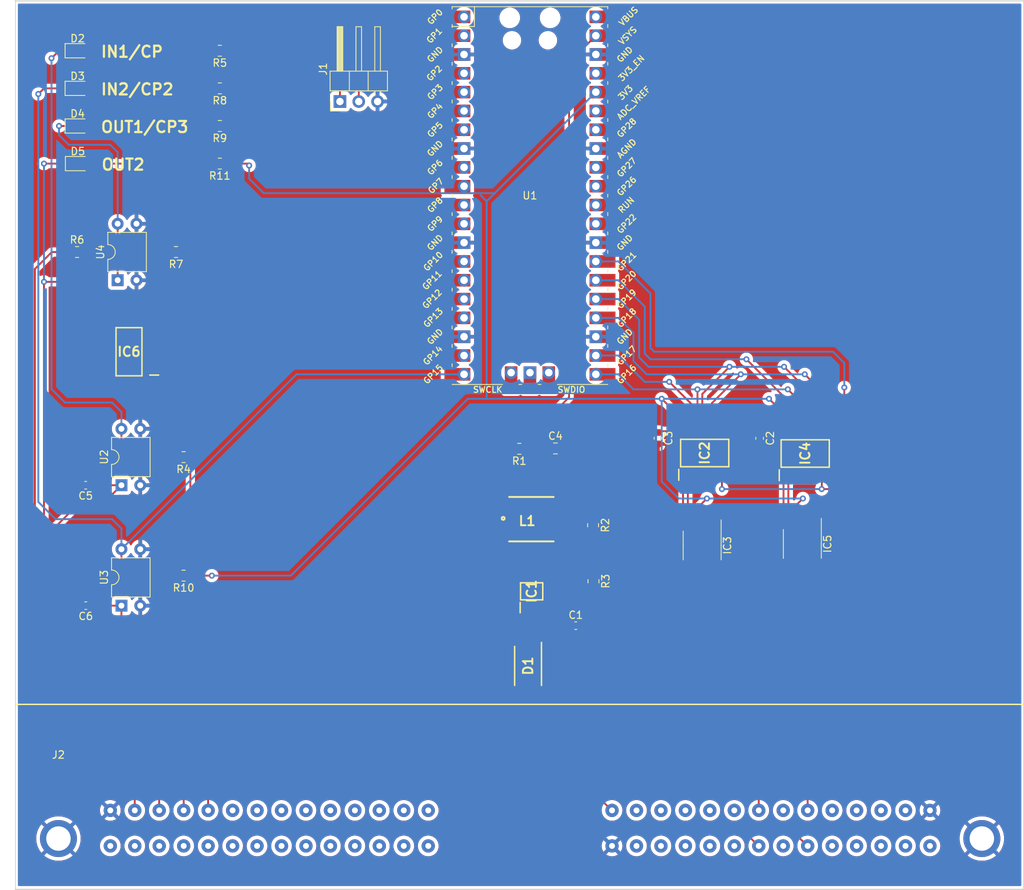
<source format=kicad_pcb>
(kicad_pcb (version 20221018) (generator pcbnew)
  (layers (0 "F.Cu" signal) (31 "B.Cu" signal) (34 "B.Paste" user) (35 "F.Paste" user) (36 "B.SilkS" user "B.Silkscreen") (37 "F.SilkS" user "F.Silkscreen") (38 "B.Mask" user) (39 "F.Mask" user) (44 "Edge.Cuts" user))
  (net 0 "")
  (net 1 "12V")
  (net 2 "GND")
  (net 3 "3V")
  (net 4 "5V")
  (net 5 "Net-(IC1-FB)")
  (net 6 "Net-(IC1-SW)")
  (net 7 "Net-(IC1-PG)")
  (net 8 "MAIN_CAN_TX")
  (net 9 "MAIN_CAN_RX")
  (net 16 "8MHz")
  (net 20 "SPI0_CLK")
  (net 22 "SPI0_MOSI")
  (net 23 "SPI0_MISO")
  (net 24 "MAIN_CAN_CS")
  (net 26 "MAIN_CAN_L")
  (net 27 "MAIN_CAN_H")
  (net 39 "UART_TX")
  (net 40 "UART_RX")
  (net 48 "Net-(IC1-EN)")
  (net 53 "CP")
  (net 54 "CP2")
  (net 55 "CHADEMO_CAN_TX")
  (net 56 "CHADEMO_CAN_RX")
  (net 57 "CHADEMO_CS")
  (net 58 "CHADEMO_CAN_L")
  (net 59 "CHADEMO_CAN_H")
  (net 60 "IN1")
  (net 61 "IN2")
  (net 71 "WAKE")
  (net 72 "OUT2")
  (net 74 "CP3")
  (net 75 "Net-(R7-Pad2)")
  (net 76 "OUT_2_CONTACTOR_ENABLE")
  (net 77 "OUT_1_CHARGE_ENABLE")
  (net 117 "Net-(D2-A)")
  (net 123 "Net-(D3-A)")
  (net 124 "Net-(D4-K)")
  (net 125 "Net-(D4-A)")
  (net 126 "Net-(D5-A)")
  (footprint "Library:SOP65P640X120-20N" (layer "F.Cu") (at 206.5612 86.1274 90)
    (fp_text reference "IC4")
    (fp_text value "MCP2515-I_ST" hide)
  )
  (footprint "Package_DIP:DIP-4_W7.62mm" (layer "F.Cu") (at 114.295 90.414 90)
    (fp_text reference "U2")
    (fp_text value "PC817")
  )
  (footprint "Resistor_SMD:R_0805_2012Metric" (layer "F.Cu") (at 122.682 102.616 180)
    (fp_text reference "R10")
    (fp_text value "1k")
  )
  (footprint "Connector_PinHeader_2.54mm:PinHeader_1x03_P2.54mm_Horizontal" (layer "F.Cu") (at 143.779 38.608 90)
    (fp_text reference "J1")
    (fp_text value "M22-2510346")
  )
  (footprint "Diode_SMD:DIOM5336X244N" (layer "F.Cu") (at 169.164 114.808 -90)
    (fp_text reference "D1")
    (fp_text value "SS54B" hide)
  )
  (footprint "Capacitor_SMD:C_0603_1608Metric" (layer "F.Cu") (at 175.6024 109.3724)
    (fp_text reference "C1")
    (fp_text value "10uF")
  )
  (footprint "Resistor_SMD:R_0805_2012Metric" (layer "F.Cu") (at 122.682 86.614 180)
    (fp_text reference "R4")
    (fp_text value "1k")
  )
  (footprint "Package_SO:SOIC-8_3.9x4.9mm_P1.27mm" (layer "F.Cu") (at 206.1718 98.3346 -90)
    (fp_text reference "IC5")
    (fp_text value "SN65HVD230")
  )
  (footprint "Connector:delphi56" (layer "F.Cu") (at 105.79657 127.314133)
    (fp_text reference "J2")
    (fp_text value "Conn_2Rows-57Pins")
  )
  (footprint "Resistor_SMD:R_0805_2012Metric" (layer "F.Cu") (at 127.5695 36.83 180)
    (fp_text reference "R8")
    (fp_text value "50")
  )
  (footprint "LED_SMD:LED_0805_2012Metric" (layer "F.Cu") (at 108.416 46.99)
    (fp_text reference "D5")
    (fp_text value "LED")
  )
  (footprint "Capacitor_SMD:C_0805_2012Metric" (layer "F.Cu") (at 172.8592 85.4456)
    (fp_text reference "C4")
    (fp_text value "22uF")
  )
  (footprint "Resistor_SMD:R_0805_2012Metric" (layer "F.Cu") (at 127.5695 46.99 180)
    (fp_text reference "R11")
    (fp_text value "50")
  )
  (footprint "Resistor_SMD:R_0805_2012Metric" (layer "F.Cu") (at 108.3075 58.928)
    (fp_text reference "R6")
    (fp_text value "200")
  )
  (footprint "Capacitor_SMD:C_0603_1608Metric" (layer "F.Cu") (at 186.69 84.061 -90)
    (fp_text reference "C3")
    (fp_text value "100nF")
  )
  (footprint "Resistor_SMD:R_0805_2012Metric" (layer "F.Cu") (at 177.9392 95.8088 -90)
    (fp_text reference "R2")
    (fp_text value "220k")
  )
  (footprint "Resistor_SMD:R_0805_2012Metric" (layer "F.Cu") (at 167.9805 85.4964 180)
    (fp_text reference "R1")
    (fp_text value "100k")
  )
  (footprint "Resistor_SMD:R_0805_2012Metric" (layer "F.Cu") (at 127.5695 31.75 180)
    (fp_text reference "R5")
    (fp_text value "50")
  )
  (footprint "Resistor_SMD:R_0805_2012Metric" (layer "F.Cu") (at 177.99 103.378 -90)
    (fp_text reference "R3")
    (fp_text value "47k")
  )
  (footprint "Capacitor_SMD:C_0603_1608Metric" (layer "F.Cu") (at 109.469 90.414 180)
    (fp_text reference "C5")
    (fp_text value "10uF")
  )
  (footprint "Capacitor_SMD:C_0603_1608Metric" (layer "F.Cu") (at 109.482 106.67 180)
    (fp_text reference "C6")
    (fp_text value "10uF")
  )
  (footprint "Library:SOP65P640X120-20N" (layer "F.Cu") (at 193.0002 86.0636 90)
    (fp_text reference "IC2")
    (fp_text value "MCP2515-I_ST" hide)
  )
  (footprint "Module:RPi_Pico_SMD_TH" (layer "F.Cu") (at 169.418 51.308)
    (fp_text reference "U1")
    (fp_text value "Pico")
  )
  (footprint "Inductor_SMD:NR6028T220M" (layer "F.Cu") (at 169.608 94.996)
    (fp_text reference "L1")
    (fp_text value "2.2uH" hide)
  )
  (footprint "Resistor_SMD:R_0805_2012Metric" (layer "F.Cu") (at 127.5695 41.91 180)
    (fp_text reference "R9")
    (fp_text value "50")
  )
  (footprint "Library:SOP65P490X110-8N" (layer "F.Cu") (at 169.649 104.734 90)
    (fp_text reference "IC1")
    (fp_text value "TPS62160DGKR" hide)
  )
  (footprint "Package_DIP:DIP-4_W7.62mm" (layer "F.Cu") (at 113.787 62.728 90)
    (fp_text reference "U4")
    (fp_text value "PC817")
  )
  (footprint "Package_DIP:DIP-4_W7.62mm" (layer "F.Cu") (at 114.295 106.67 90)
    (fp_text reference "U3")
    (fp_text value "PC817")
  )
  (footprint "LED_SMD:LED_0805_2012Metric" (layer "F.Cu") (at 108.3795 31.75)
    (fp_text reference "D2")
    (fp_text value "LED")
  )
  (footprint "Package_SO:SOIC-8_3.9x4.9mm_P1.27mm" (layer "F.Cu") (at 192.659 98.5378 -90)
    (fp_text reference "IC3")
    (fp_text value "SN65HVD230")
  )
  (footprint "LED_SMD:LED_0805_2012Metric" (layer "F.Cu") (at 108.3795 36.83)
    (fp_text reference "D3")
    (fp_text value "LED")
  )
  (footprint "LED_SMD:LED_0805_2012Metric" (layer "F.Cu") (at 108.3795 41.91)
    (fp_text reference "D4")
    (fp_text value "LED")
  )
  (footprint "Library:SOT230P700X175-4N" (layer "F.Cu") (at 115.316 72.39 180)
    (fp_text reference "IC6")
    (fp_text value "NCV8402ASTT1G" hide)
  )
  (footprint "Capacitor_SMD:C_0603_1608Metric" (layer "F.Cu") (at 200.406 84.074 -90)
    (fp_text reference "C2")
    (fp_text value "100nF" hide)
  )
  (footprint "Resistor_SMD:R_0805_2012Metric" (layer "F.Cu") (at 121.666 58.928 180)
    (fp_text reference "R7")
    (fp_text value "100")
  )
  (gr_line (start 100 120) (end 236 120) (stroke (width 0.2)) (layer "F.SilkS"))
  (gr_line (start 100 25) (end 100 145) (stroke (width 0.1)) (layer "Edge.Cuts"))
  (gr_line (start 100 25) (end 236 25) (stroke (width 0.2)) (layer "Edge.Cuts"))
  (gr_line (start 236 25) (end 236 145) (stroke (width 0.1)) (layer "Edge.Cuts"))
  (gr_line (start 100 145) (end 236 145) (stroke (width 0.2)) (layer "Edge.Cuts"))
  (gr_text "IN1/CP" (at 111.3795 32.766) (layer "F.SilkS") (effects (font (size 1.5 1.5) (thickness 0.3) bold) (justify left bottom)))
  (gr_text "OUT2" (at 111.464 48.006) (layer "F.SilkS") (effects (font (size 1.5 1.5) (thickness 0.3) bold) (justify left bottom)))
  (gr_text "OUT1/CP3" (at 111.3795 42.926) (layer "F.SilkS") (effects (font (size 1.5 1.5) (thickness 0.3) bold) (justify left bottom)))
  (gr_text "IN2/CP2" (at 111.3795 37.846) (layer "F.SilkS") (effects (font (size 1.5 1.5) (thickness 0.3) bold) (justify left bottom)))
  (segment (start 169.164 116.958) (end 169.164 123.022062) (width 0.25) (layer "F.Cu") (net 1))
  (segment (start 169.164 123.022062) (end 180.490908 134.348969) (width 0.25) (layer "F.Cu") (net 1))
  (segment (start 128.482 36.83) (end 128.482 31.75) (width 0.25) (layer "F.Cu") (net 3))
  (segment (start 206.248 92.202) (end 205.5368 92.9132) (width 0.25) (layer "F.Cu") (net 3))
  (segment (start 203.6362 83.1894) (end 203.6362 80.7002) (width 0.25) (layer "F.Cu") (net 3))
  (segment (start 190.0752 83.1256) (end 186.8504 83.1256) (width 0.25) (layer "F.Cu") (net 3))
  (segment (start 123.5945 102.616) (end 126.492 102.616) (width 0.25) (layer "F.Cu") (net 3))
  (segment (start 205.5368 92.9132) (end 205.5368 95.8596) (width 0.25) (layer "F.Cu") (net 3))
  (segment (start 203.6318 83.185) (end 203.6362 83.1894) (width 0.25) (layer "F.Cu") (net 3))
  (segment (start 190.0752 81.6172) (end 190.0752 83.1256) (width 0.25) (layer "F.Cu") (net 3))
  (segment (start 186.8504 83.1256) (end 186.69 83.286) (width 0.25) (layer "F.Cu") (net 3))
  (segment (start 203.6362 83.1894) (end 204.2862 83.1894) (width 0.25) (layer "F.Cu") (net 3))
  (segment (start 203.6362 80.7002) (end 201.676 78.74) (width 0.25) (layer "F.Cu") (net 3))
  (segment (start 123.5945 102.616) (end 123.5945 86.614) (width 0.25) (layer "F.Cu") (net 3))
  (segment (start 203.6362 83.1894) (end 200.5156 83.1894) (width 0.25) (layer "F.Cu") (net 3))
  (segment (start 131.53 47.244) (end 131.276 46.99) (width 0.25) (layer "F.Cu") (net 3))
  (segment (start 131.276 46.99) (end 128.482 46.99) (width 0.25) (layer "F.Cu") (net 3))
  (segment (start 192.024 93.472) (end 192.024 96.0628) (width 0.25) (layer "F.Cu") (net 3))
  (segment (start 190.0752 83.1256) (end 190.7252 83.1256) (width 0.25) (layer "F.Cu") (net 3))
  (segment (start 128.482 41.91) (end 128.482 36.83) (width 0.25) (layer "F.Cu") (net 3))
  (segment (start 200.5156 83.1894) (end 200.406 83.299) (width 0.25) (layer "F.Cu") (net 3))
  (segment (start 187.198 78.74) (end 190.0752 81.6172) (width 0.25) (layer "F.Cu") (net 3))
  (segment (start 128.482 46.99) (end 128.482 41.91) (width 0.25) (layer "F.Cu") (net 3))
  (segment (start 193.294 92.202) (end 192.024 93.472) (width 0.25) (layer "F.Cu") (net 3))
  (via (at 206.248 92.202) (size 0.8) (drill 0.4) (layers "F.Cu" "B.Cu") (net 3))
  (via (at 126.492 102.616) (size 0.8) (drill 0.4) (layers "F.Cu" "B.Cu") (net 3))
  (via (at 193.294 92.202) (size 0.8) (drill 0.4) (layers "F.Cu" "B.Cu") (net 3))
  (via (at 187.198 78.74) (size 0.8) (drill 0.4) (layers "F.Cu" "B.Cu") (net 3))
  (via (at 131.53 47.244) (size 0.8) (drill 0.4) (layers "F.Cu" "B.Cu") (net 3))
  (via (at 201.676 78.74) (size 0.8) (drill 0.4) (layers "F.Cu" "B.Cu") (net 3))
  (segment (start 178.308 37.338) (end 163.576 52.07) (width 0.25) (layer "B.Cu") (net 3))
  (segment (start 189.484 92.202) (end 187.198 89.916) (width 0.25) (layer "B.Cu") (net 3))
  (segment (start 162.740299 51.234299) (end 163.576 52.07) (width 0.25) (layer "B.Cu") (net 3))
  (segment (start 193.294 92.202) (end 189.484 92.202) (width 0.25) (layer "B.Cu") (net 3))
  (segment (start 206.248 92.202) (end 193.294 92.202) (width 0.25) (layer "B.Cu") (net 3))
  (segment (start 163.576 52.07) (end 163.576 78.74) (width 0.25) (layer "B.Cu") (net 3))
  (segment (start 133.488299 50.980299) (end 164.730299 50.980299) (width 0.25) (layer "B.Cu") (net 3))
  (segment (start 137.16 102.616) (end 126.492 102.616) (width 0.25) (layer "B.Cu") (net 3))
  (segment (start 187.198 78.74) (end 163.576 78.74) (width 0.25) (layer "B.Cu") (net 3))
  (segment (start 201.676 78.74) (end 187.198 78.74) (width 0.25) (layer "B.Cu") (net 3))
  (segment (start 163.576 78.74) (end 161.036 78.74) (width 0.25) (layer "B.Cu") (net 3))
  (segment (start 131.53 49.022) (end 133.488299 50.980299) (width 0.25) (layer "B.Cu") (net 3))
  (segment (start 187.198 89.916) (end 187.198 78.74) (width 0.25) (layer "B.Cu") (net 3))
  (segment (start 131.53 47.244) (end 131.53 49.022) (width 0.25) (layer "B.Cu") (net 3))
  (segment (start 161.036 78.74) (end 137.16 102.616) (width 0.25) (layer "B.Cu") (net 3))
  (segment (start 171.8584 85.4964) (end 171.9092 85.4456) (width 0.25) (layer "F.Cu") (net 4))
  (segment (start 171.9092 81.3288) (end 172.466 80.772) (width 0.25) (layer "F.Cu") (net 4))
  (segment (start 169.974 100.5736) (end 169.974 102.534) (width 0.25) (layer "F.Cu") (net 4))
  (segment (start 172.466 80.772) (end 174.7012 78.5368) (width 0.25) (layer "F.Cu") (net 4))
  (segment (start 171.958 94.996) (end 171.958 98.5896) (width 0.25) (layer "F.Cu") (net 4))
  (segment (start 171.958 94.996) (end 171.958 85.4944) (width 0.25) (layer "F.Cu") (net 4))
  (segment (start 174.7012 78.5368) (end 174.7012 33.3248) (width 0.25) (layer "F.Cu") (net 4))
  (segment (start 171.958 94.996) (end 177.8395 94.996) (width 0.25) (layer "F.Cu") (net 4))
  (segment (start 171.9092 85.4456) (end 171.9092 81.3288) (width 0.25) (layer "F.Cu") (net 4))
  (segment (start 171.958 85.4944) (end 171.9092 85.4456) (width 0.25) (layer "F.Cu") (net 4))
  (segment (start 168.893 85.4964) (end 171.8584 85.4964) (width 0.25) (layer "F.Cu") (net 4))
  (segment (start 171.958 98.5896) (end 169.974 100.5736) (width 0.25) (layer "F.Cu") (net 4))
  (segment (start 171.9092 85.4456) (end 171.894 85.4304) (width 0.25) (layer "F.Cu") (net 4))
  (segment (start 177.8395 94.996) (end 177.9392 94.8963) (width 0.25) (layer "F.Cu") (net 4))
  (segment (start 174.7012 33.3248) (end 178.308 29.718) (width 0.25) (layer "F.Cu") (net 4))
  (segment (start 172.3004 102.362) (end 172.1284 102.534) (width 0.25) (layer "F.Cu") (net 5))
  (segment (start 177.9392 96.7213) (end 177.99 96.7721) (width 0.25) (layer "F.Cu") (net 5))
  (segment (start 172.1284 102.534) (end 170.624 102.534) (width 0.25) (layer "F.Cu") (net 5))
  (segment (start 177.99 96.7721) (end 177.99 102.362) (width 0.25) (layer "F.Cu") (net 5))
  (segment (start 177.99 102.362) (end 172.3004 102.362) (width 0.25) (layer "F.Cu") (net 5))
  (segment (start 167.258 98.4372) (end 169.324 100.5032) (width 0.25) (layer "F.Cu") (net 6))
  (segment (start 167.258 94.996) (end 167.258 98.4372) (width 0.25) (layer "F.Cu") (net 6))
  (segment (start 169.324 100.5032) (end 169.324 102.534) (width 0.25) (layer "F.Cu") (net 6))
  (segment (start 168.674 102.534) (end 166.9352 102.534) (width 0.25) (layer "F.Cu") (net 7))
  (segment (start 166.2552 85.4964) (end 164.4264 87.3252) (width 0.25) (layer "F.Cu") (net 7))
  (segment (start 164.4264 100.0252) (end 164.4264 87.3252) (width 0.25) (layer "F.Cu") (net 7))
  (segment (start 166.9352 102.534) (end 164.4264 100.0252) (width 0.25) (layer "F.Cu") (net 7))
  (segment (start 167.068 85.4964) (end 166.2552 85.4964) (width 0.25) (layer "F.Cu") (net 7))
  (segment (start 190.4492 98.1456) (end 194.1576 98.1456) (width 0.25) (layer "F.Cu") (net 8))
  (segment (start 190.0752 97.7716) (end 190.4492 98.1456) (width 0.25) (layer "F.Cu") (net 8))
  (segment (start 194.564 97.7392) (end 194.564 96.0628) (width 0.25) (layer "F.Cu") (net 8))
  (segment (start 194.1576 98.1456) (end 194.564 97.7392) (width 0.25) (layer "F.Cu") (net 8))
  (segment (start 190.0752 89.0016) (end 190.0752 97.7716) (width 0.25) (layer "F.Cu") (net 8))
  (segment (start 190.7252 89.0016) (end 190.7252 96.034) (width 0.25) (layer "F.Cu") (net 9))
  (segment (start 190.7252 96.034) (end 190.754 96.0628) (width 0.25) (layer "F.Cu") (net 9))
  (segment (start 211.836 77.216) (end 211.836 89.408) (width 0.25) (layer "F.Cu") (net 16))
  (segment (start 195.326 89.0524) (end 195.2752 89.0016) (width 0.25) (layer "F.Cu") (net 16))
  (segment (start 195.326 90.932) (end 195.326 89.0524) (width 0.25) (layer "F.Cu") (net 16))
  (segment (start 211.836 89.408) (end 210.312 90.932) (width 0.25) (layer "F.Cu") (net 16))
  (segment (start 208.788 90.932) (end 208.8362 89.0654) (width 0.25) (layer "F.Cu") (net 16))
  (segment (start 210.312 90.932) (end 208.788 90.932) (width 0.25) (layer "F.Cu") (net 16))
  (via (at 211.836 77.216) (size 0.8) (drill 0.4) (layers "F.Cu" "B.Cu") (net 16))
  (via (at 208.788 90.932) (size 0.8) (drill 0.4) (layers "F.Cu" "B.Cu") (net 16))
  (via (at 195.326 90.932) (size 0.8) (drill 0.4) (layers "F.Cu" "B.Cu") (net 16))
  (segment (start 185.674 64.516) (end 185.674 71.882) (width 0.25) (layer "B.Cu") (net 16))
  (segment (start 181.356 60.198) (end 185.674 64.516) (width 0.25) (layer "B.Cu") (net 16))
  (segment (start 208.788 90.932) (end 195.326 90.932) (width 0.25) (layer "B.Cu") (net 16))
  (segment (start 178.308 60.198) (end 181.356 60.198) (width 0.25) (layer "B.Cu") (net 16))
  (segment (start 185.674 71.882) (end 186.182 72.39) (width 0.25) (layer "B.Cu") (net 16))
  (segment (start 186.182 72.39) (end 210.312 72.39) (width 0.25) (layer "B.Cu") (net 16))
  (segment (start 211.836 73.914) (end 211.836 77.216) (width 0.25) (layer "B.Cu") (net 16))
  (segment (start 210.312 72.39) (end 211.836 73.914) (width 0.25) (layer "B.Cu") (net 16))
  (segment (start 207.5362 83.1894) (end 207.5362 76.4722) (width 0.25) (layer "F.Cu") (net 20))
  (segment (start 193.9752 79.3288) (end 193.9752 83.1256) (width 0.25) (layer "F.Cu") (net 20))
  (segment (start 207.5362 76.4722) (end 206.502 75.438) (width 0.25) (layer "F.Cu") (net 20))
  (segment (start 197.866 75.438) (end 193.9752 79.3288) (width 0.25) (layer "F.Cu") (net 20))
  (via (at 206.502 75.438) (size 0.8) (drill 0.4) (layers "F.Cu" "B.Cu") (net 20))
  (via (at 197.866 75.438) (size 0.8) (drill 0.4) (layers "F.Cu" "B.Cu") (net 20))
  (segment (start 183.388 73.66) (end 185.166 75.438) (width 0.25) (layer "B.Cu") (net 20))
  (segment (start 181.356 67.818) (end 183.388 69.85) (width 0.25) (layer "B.Cu") (net 20))
  (segment (start 178.308 67.818) (end 181.356 67.818) (width 0.25) (layer "B.Cu") (net 20))
  (segment (start 183.388 69.85) (end 183.388 73.66) (width 0.25) (layer "B.Cu") (net 20))
  (segment (start 185.166 75.438) (end 206.502 75.438) (width 0.25) (layer "B.Cu") (net 20))
  (segment (start 196.342 74.422) (end 192.6752 78.0888) (width 0.25) (layer "F.Cu") (net 22))
  (segment (start 192.6752 78.0888) (end 192.6752 83.1256) (width 0.25) (layer "F.Cu") (net 22))
  (segment (start 203.708 74.422) (end 206.2362 76.9502) (width 0.25) (layer "F.Cu") (net 22))
  (segment (start 206.2362 76.9502) (end 206.2362 83.1894) (width 0.25) (layer "F.Cu") (net 22))
  (via (at 203.708 74.422) (size 0.8) (drill 0.4) (layers "F.Cu" "B.Cu") (net 22))
  (via (at 196.342 74.422) (size 0.8) (drill 0.4) (layers "F.Cu" "B.Cu") (net 22))
  (segment (start 185.42 74.422) (end 196.342 74.422) (width 0.25) (layer "B.Cu") (net 22))
  (segment (start 184.15 73.152) (end 185.42 74.422) (width 0.25) (layer "B.Cu") (net 22))
  (segment (start 196.342 74.422) (end 203.708 74.422) (width 0.25) (layer "B.Cu") (net 22))
  (segment (start 181.356 65.278) (end 184.15 68.072) (width 0.25) (layer "B.Cu") (net 22))
  (segment (start 178.308 65.278) (end 181.356 65.278) (width 0.25) (layer "B.Cu") (net 22))
  (segment (start 184.15 68.072) (end 184.15 73.152) (width 0.25) (layer "B.Cu") (net 22))
  (segment (start 192.0252 77.4712) (end 192.0252 83.1256) (width 0.25) (layer "F.Cu") (net 23))
  (segment (start 204.216 77.47) (end 205.5862 78.8402) (width 0.25) (layer "F.Cu") (net 23))
  (segment (start 192.024 77.47) (end 192.0252 77.4712) (width 0.25) (layer "F.Cu") (net 23))
  (segment (start 205.5862 78.8402) (end 205.5862 83.1894) (width 0.25) (layer "F.Cu") (net 23))
  (via (at 204.216 77.47) (size 0.8) (drill 0.4) (layers "F.Cu" "B.Cu") (net 23))
  (via (at 192.024 77.47) (size 0.8) (drill 0.4) (layers "F.Cu" "B.Cu") (net 23))
  (segment (start 183.388 77.47) (end 181.356 75.438) (width 0.25) (layer "B.Cu") (net 23))
  (segment (start 192.024 77.47) (end 183.388 77.47) (width 0.25) (layer "B.Cu") (net 23))
  (segment (start 181.356 75.438) (end 178.308 75.438) (width 0.25) (layer "B.Cu") (net 23))
  (segment (start 192.024 77.47) (end 204.216 77.47) (width 0.25) (layer "B.Cu") (net 23))
  (segment (start 188.214 76.454) (end 191.3752 79.6152) (width 0.25) (layer "F.Cu") (net 24))
  (segment (start 191.3752 79.6152) (end 191.3752 83.1256) (width 0.25) (layer "F.Cu") (net 24))
  (via (at 188.214 76.454) (size 0.8) (drill 0.4) (layers "F.Cu" "B.Cu") (net 24))
  (segment (start 178.308 72.898) (end 181.356 72.898) (width 0.25) (layer "B.Cu") (net 24))
  (segment (start 184.912 76.454) (end 188.214 76.454) (width 0.25) (layer "B.Cu") (net 24))
  (segment (start 181.356 72.898) (end 184.912 76.454) (width 0.25) (layer "B.Cu") (net 24))
  (segment (start 198.628 131.064) (end 198.628 137.486061) (width 0.25) (layer "F.Cu") (net 26))
  (segment (start 198.628 137.486061) (end 200.290908 139.148969) (width 0.25) (layer "F.Cu") (net 26))
  (segment (start 192.024 101.0128) (end 192.024 124.46) (width 0.25) (layer "F.Cu") (net 26))
  (segment (start 192.024 124.46) (end 198.628 131.064) (width 0.25) (layer "F.Cu") (net 26))
  (segment (start 200.290908 130.948908) (end 200.290908 134.348969) (width 0.25) (layer "F.Cu") (net 27))
  (segment (start 193.294 101.0128) (end 193.294 123.952) (width 0.25) (layer "F.Cu") (net 27))
  (segment (start 193.294 123.952) (end 200.290908 130.948908) (width 0.25) (layer "F.Cu") (net 27))
  (segment (start 149.098 27.178) (end 160.528 27.178) (width 0.25) (layer "F.Cu") (net 39))
  (segment (start 143.779 38.608) (end 143.779 32.497) (width 0.25) (layer "F.Cu") (net 39))
  (segment (start 143.779 32.497) (end 149.098 27.178) (width 0.25) (layer "F.Cu") (net 39))
  (segment (start 146.319 32.497) (end 149.098 29.718) (width 0.25) (layer "F.Cu") (net 40))
  (segment (start 149.098 29.718) (end 160.528 29.718) (width 0.25) (layer "F.Cu") (net 40))
  (segment (start 146.319 38.608) (end 146.319 32.497) (width 0.25) (layer "F.Cu") (net 40))
  (segment (start 169.974 106.934) (end 169.974 107.884) (width 0.25) (layer "F.Cu") (net 48))
  (segment (start 171.4624 109.3724) (end 174.8274 109.3724) (width 0.25) (layer "F.Cu") (net 48))
  (segment (start 169.324 112.498) (end 169.164 112.658) (width 0.25) (layer "F.Cu") (net 48))
  (segment (start 169.324 106.934) (end 169.974 106.934) (width 0.25) (layer "F.Cu") (net 48))
  (segment (start 169.324 106.934) (end 169.324 112.498) (width 0.25) (layer "F.Cu") (net 48))
  (segment (start 169.974 107.884) (end 171.4624 109.3724) (width 0.25) (layer "F.Cu") (net 48))
  (segment (start 105.156 112.776) (end 122.69657 130.31657) (width 0.25) (layer "F.Cu") (net 53))
  (segment (start 111.237 93.472) (end 107.95 93.472) (width 0.25) (layer "F.Cu") (net 53))
  (segment (start 122.69657 130.31657) (end 122.69657 134.314133) (width 0.25) (layer "F.Cu") (net 53))
  (segment (start 107.95 93.472) (end 105.156 96.266) (width 0.25) (layer "F.Cu") (net 53))
  (segment (start 105.156 96.266) (end 105.156 112.776) (width 0.25) (layer "F.Cu") (net 53))
  (segment (start 110.244 90.414) (end 114.295 90.414) (width 0.25) (layer "F.Cu") (net 53))
  (segment (start 114.295 90.414) (end 111.237 93.472) (width 0.25) (layer "F.Cu") (net 53))
  (segment (start 125.990908 134.348969) (end 125.990908 128.778) (width 0.25) (layer "F.Cu") (net 54))
  (segment (start 114.295 117.082092) (end 125.990908 128.778) (width 0.25) (layer "F.Cu") (net 54))
  (segment (start 114.295 106.67) (end 114.295 117.082092) (width 0.25) (layer "F.Cu") (net 54))
  (segment (start 110.257 106.67) (end 114.295 106.67) (width 0.25) (layer "F.Cu") (net 54))
  (segment (start 203.6362 89.0654) (end 203.6362 97.1086) (width 0.25) (layer "F.Cu") (net 55))
  (segment (start 203.6362 97.1086) (end 204.3176 97.79) (width 0.25) (layer "F.Cu") (net 55))
  (segment (start 204.3176 97.79) (end 207.518 97.79) (width 0.25) (layer "F.Cu") (net 55))
  (segment (start 208.0768 97.2312) (end 208.0768 95.8596) (width 0.25) (layer "F.Cu") (net 55))
  (segment (start 207.518 97.79) (end 208.0768 97.2312) (width 0.25) (layer "F.Cu") (net 55))
  (segment (start 204.2862 89.0654) (end 204.2862 95.8402) (width 0.25) (layer "F.Cu") (net 56))
  (segment (start 204.2862 95.8402) (end 204.2668 95.8596) (width 0.25) (layer "F.Cu") (net 56))
  (segment (start 204.9362 79.7142) (end 204.9362 83.1894) (width 0.25) (layer "F.Cu") (net 57))
  (segment (start 198.628 73.406) (end 204.9362 79.7142) (width 0.25) (layer "F.Cu") (net 57))
  (via (at 198.628 73.406) (size 0.8) (drill 0.4) (layers "F.Cu" "B.Cu") (net 57))
  (segment (start 181.356 62.738) (end 184.912 66.294) (width 0.25) (layer "B.Cu") (net 57))
  (segment (start 184.912 66.294) (end 184.912 72.644) (width 0.25) (layer "B.Cu") (net 57))
  (segment (start 184.912 72.644) (end 185.674 73.406) (width 0.25) (layer "B.Cu") (net 57))
  (segment (start 185.674 73.406) (end 198.628 73.406) (width 0.25) (layer "B.Cu") (net 57))
  (segment (start 178.308 62.738) (end 181.356 62.738) (width 0.25) (layer "B.Cu") (net 57))
  (segment (start 205.232 103.632) (end 205.232 137.490061) (width 0.25) (layer "F.Cu") (net 58))
  (segment (start 205.5368 100.8096) (end 205.5368 103.3272) (width 0.25) (layer "F.Cu") (net 58))
  (segment (start 205.232 137.490061) (end 206.890908 139.148969) (width 0.25) (layer "F.Cu") (net 58))
  (segment (start 205.5368 103.3272) (end 205.232 103.632) (width 0.25) (layer "F.Cu") (net 58))
  (segment (start 206.890908 100.893708) (end 206.890908 134.348969) (width 0.25) (layer "F.Cu") (net 59))
  (segment (start 206.8068 100.8096) (end 206.890908 100.893708) (width 0.25) (layer "F.Cu") (net 59))
  (segment (start 107.442 31.75) (end 105.876 31.75) (width 0.25) (layer "F.Cu") (net 60))
  (segment (start 116.078 86.614) (end 121.7695 86.614) (width 0.25) (layer "F.Cu") (net 60))
  (segment (start 121.7695 86.614) (end 121.7695 75.8425) (width 0.25) (layer "F.Cu") (net 60))
  (segment (start 114.295 82.794) (end 114.295 84.831) (width 0.25) (layer "F.Cu") (net 60))
  (segment (start 160.528 72.898) (end 124.714 72.898) (width 0.25) (layer "F.Cu") (net 60))
  (segment (start 121.7695 75.8425) (end 122.174 75.438) (width 0.25) (layer "F.Cu") (net 60))
  (segment (start 124.714 72.898) (end 122.174 75.438) (width 0.25) (layer "F.Cu") (net 60))
  (segment (start 105.876 31.75) (end 104.86 32.766) (width 0.25) (layer "F.Cu") (net 60))
  (segment (start 114.295 84.831) (end 116.078 86.614) (width 0.25) (layer "F.Cu") (net 60))
  (via (at 104.86 32.766) (size 0.8) (drill 0.4) (layers "F.Cu" "B.Cu") (net 60))
  (segment (start 113.03 79.248) (end 114.295 80.513) (width 0.25) (layer "B.Cu") (net 60))
  (segment (start 106.68 79.248) (end 113.03 79.248) (width 0.25) (layer "B.Cu") (net 60))
  (segment (start 104.86 77.428) (end 106.68 79.248) (width 0.25) (layer "B.Cu") (net 60))
  (segment (start 104.86 32.766) (end 104.86 77.428) (width 0.25) (layer "B.Cu") (net 60))
  (segment (start 114.295 80.513) (end 114.295 82.794) (width 0.25) (layer "B.Cu") (net 60))
  (segment (start 116.586 102.616) (end 121.7695 102.616) (width 0.25) (layer "F.Cu") (net 61))
  (segment (start 107.442 36.83) (end 103.844 36.83) (width 0.25) (layer "F.Cu") (net 61))
  (segment (start 114.295 99.05) (end 114.295 100.325) (width 0.25) (layer "F.Cu") (net 61))
  (segment (start 114.295 100.325) (end 116.586 102.616) (width 0.25) (layer "F.Cu") (net 61))
  (segment (start 103.844 36.83) (end 103.082 37.592) (width 0.25) (layer "F.Cu") (net 61))
  (via (at 103.082 37.592) (size 0.8) (drill 0.4) (layers "F.Cu" "B.Cu") (net 61))
  (segment (start 103.082 92.668) (end 105.41 94.996) (width 0.25) (layer "B.Cu") (net 61))
  (segment (start 114.3 96.266) (end 114.295 96.271) (width 0.25) (layer "B.Cu") (net 61))
  (segment (start 137.907 75.438) (end 114.295 99.05) (width 0.25) (layer "B.Cu") (net 61))
  (segment (start 160.528 75.438) (end 137.907 75.438) (width 0.25) (layer "B.Cu") (net 61))
  (segment (start 105.41 94.996) (end 113.03 94.996) (width 0.25) (layer "B.Cu") (net 61))
  (segment (start 103.082 37.592) (end 103.082 92.668) (width 0.25) (layer "B.Cu") (net 61))
  (segment (start 114.295 96.271) (end 114.295 99.05) (width 0.25) (layer "B.Cu") (net 61))
  (segment (start 113.03 94.996) (end 114.3 96.266) (width 0.25) (layer "B.Cu") (net 61))
  (segment (start 107.4785 46.99) (end 103.844 46.99) (width 0.25) (layer "F.Cu") (net 72))
  (segment (start 103.844 113.75) (end 119.390908 129.296908) (width 0.25) (layer "F.Cu") (net 72))
  (segment (start 103.844 62.95) (end 109.276 62.95) (width 0.25) (layer "F.Cu") (net 72))
  (segment (start 119.390908 129.296908) (end 119.390908 134.348969) (width 0.25) (layer "F.Cu") (net 72))
  (segment (start 103.844 62.95) (end 103.844 113.75) (width 0.25) (layer "F.Cu") (net 72))
  (segment (start 109.276 62.95) (end 118.716 72.39) (width 0.25) (layer "F.Cu") (net 72))
  (via (at 103.844 46.99) (size 0.8) (drill 0.4) (layers "F.Cu" "B.Cu") (net 72))
  (via (at 103.844 62.95) (size 0.8) (drill 0.4) (layers "F.Cu" "B.Cu") (net 72))
  (segment (start 103.844 57.15) (end 103.844 56.134) (width 0.25) (layer "B.Cu") (net 72))
  (segment (start 103.844 54.61) (end 103.844 46.99) (width 0.25) (layer "B.Cu") (net 72))
  (segment (start 103.844 56.134) (end 103.844 54.61) (width 0.25) (layer "B.Cu") (net 72))
  (segment (start 103.844 54.61) (end 103.844 62.95) (width 0.25) (layer "B.Cu") (net 72))
  (segment (start 107.395 58.928) (end 104.902 58.928) (width 0.25) (layer "F.Cu") (net 74))
  (segment (start 116.090908 128.524) (end 116.090908 134.348969) (width 0.25) (layer "F.Cu") (net 74))
  (segment (start 102.616 61.214) (end 102.616 114.046) (width 0.25) (layer "F.Cu") (net 74))
  (segment (start 104.902 58.928) (end 102.616 61.214) (width 0.25) (layer "F.Cu") (net 74))
  (segment (start 116.090908 127.520908) (end 116.090908 128.524) (width 0.25) (layer "F.Cu") (net 74))
  (segment (start 102.616 114.046) (end 116.090908 127.520908) (width 0.25) (layer "F.Cu") (net 74))
  (segment (start 113.787 60.711) (end 115.57 58.928) (width 0.25) (layer "F.Cu") (net 75))
  (segment (start 115.57 58.928) (end 120.7535 58.928) (width 0.25) (layer "F.Cu") (net 75))
  (segment (start 113.787 62.728) (end 113.787 60.711) (width 0.25) (layer "F.Cu") (net 75))
  (segment (start 122.682 69.342) (end 122.682 72.644) (width 0.25) (layer "F.Cu") (net 76))
  (segment (start 122.682 72.644) (end 120.636 74.69) (width 0.25) (layer "F.Cu") (net 76))
  (segment (start 160.528 67.818) (end 124.206 67.818) (width 0.25) (layer "F.Cu") (net 76))
  (segment (start 124.206 67.818) (end 122.682 69.342) (width 0.25) (layer "F.Cu") (net 76))
  (segment (start 120.636 74.69) (end 118.716 74.69) (width 0.25) (layer "F.Cu") (net 76))
  (segment (start 122.5785 58.928) (end 122.5785 63.6505) (width 0.25) (layer "F.Cu") (net 77))
  (segment (start 122.5785 63.6505) (end 124.206 65.278) (width 0.25) (layer "F.Cu") (net 77))
  (segment (start 124.206 65.278) (end 160.528 65.278) (width 0.25) (layer "F.Cu") (net 77))
  (segment (start 109.317 31.75) (end 126.657 31.75) (width 0.25) (layer "F.Cu") (net 117))
  (segment (start 109.317 36.83) (end 126.657 36.83) (width 0.25) (layer "F.Cu") (net 123))
  (segment (start 107.442 41.91) (end 105.876 41.91) (width 0.25) (layer "F.Cu") (net 124))
  (segment (start 113.787 58.161) (end 113.787 55.108) (width 0.25) (layer "F.Cu") (net 124))
  (segment (start 113.03 58.928) (end 113.792 58.166) (width 0.25) (layer "F.Cu") (net 124))
  (segment (start 109.22 58.928) (end 113.03 58.928) (width 0.25) (layer "F.Cu") (net 124))
  (segment (start 113.792 58.166) (end 113.787 58.161) (width 0.25) (layer "F.Cu") (net 124))
  (via (at 105.876 41.91) (size 0.8) (drill 0.4) (layers "F.Cu" "B.Cu") (net 124))
  (segment (start 105.876 41.91) (end 105.876 43.138) (width 0.25) (layer "B.Cu") (net 124))
  (segment (start 107.188 44.45) (end 112.776 44.45) (width 0.25) (layer "B.Cu") (net 124))
  (segment (start 112.776 44.45) (end 113.787 45.461) (width 0.25) (layer "B.Cu") (net 124))
  (segment (start 105.876 43.138) (end 107.188 44.45) (width 0.25) (layer "B.Cu") (net 124))
  (segment (start 113.787 45.461) (end 113.787 55.108) (width 0.25) (layer "B.Cu") (net 124))
  (segment (start 109.317 41.91) (end 126.657 41.91) (width 0.25) (layer "F.Cu") (net 125))
  (segment (start 109.3535 46.99) (end 126.657 46.99) (width 0.25) (layer "F.Cu") (net 126))
  (zone (net 2) (net_name "GND") (layer "F.Cu") (connect_pads (clearance 0.5)) (min_thickness 0.25) (fill yes (thermal_gap 0.5) (thermal_bridge_width 0.5) (island_removal_mode 1) (island_area_min 10))
    (polygon (pts (xy 100.33 25.4) (xy 235.712 25.4) (xy 235.712 144.526) (xy 100.33 144.526)))
  )
  (zone (net 2) (net_name "GND") (layer "B.Cu") (priority 1) (connect_pads (clearance 0.5)) (min_thickness 0.25) (fill yes (thermal_gap 0.5) (thermal_bridge_width 0.5))
    (polygon (pts (xy 100.33 25.4) (xy 235.712 25.4) (xy 235.712 144.526) (xy 100.33 144.526)))
  )
)
</source>
